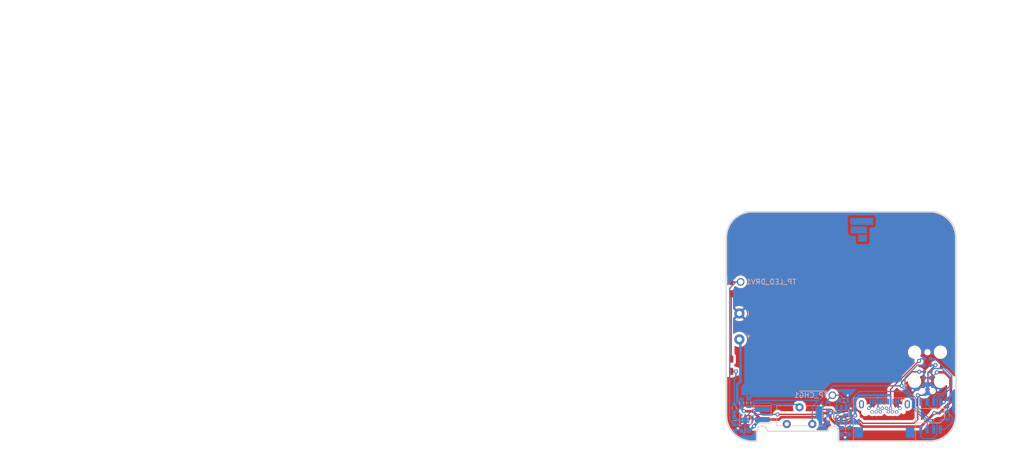
<source format=kicad_pcb>
(kicad_pcb (version 20241229) (generator "pcbnew") (generator_version "9.0")
  (title_block (title "Salt_Booklamp") (date "2024-10-25") (rev "5"))
  (layers (0 "F.Cu" signal) (2 "B.Cu" signal) (13 "F.Paste" user) (15 "B.Paste" user) (5 "F.SilkS" user "F.Silkscreen") (7 "B.SilkS" user "B.Silkscreen") (1 "F.Mask" user) (3 "B.Mask" user) (25 "Edge.Cuts" user))
  (net 0 "")
  (net 1 "+3.7_VBATT")
  (net 10 "Net-(U2-TS)")
  (net 11 "+5V_USB")
  (net 12 "Net-(U2-ISET)")
  (net 14 "GND")
  (net 15 "Net-(U3-LX)")
  (net 24 "/LED_DRV")
  (net 25 "Net-(LED1-k)")
  (net 26 "/LED_CTRL")
  (net 27 "/~{SWITCH}")
  (net 28 "Net-(LED2-k)")
  (net 29 "/~{CHARGING}")
  (net 30 "Net-(P1-~{MCLR})")
  (net 31 "Net-(P1-ICSPCLK)")
  (net 32 "Net-(P1-ICSPDAT)")
  (net 33 "Net-(R7-Pad2)")
  (footprint "salt_booklamp_footprints:LED_SMS1105UWDW" (layer "F.Cu") (at 202.692 121.412 -90)
    (property "Reference" "LED1" (hide yes))
    (property "Value" "SMS1105UWDW" (hide yes))
    (pad "A" smd roundrect (at -1.2 0 90) (size 1.4 0.8) (layers "F.Cu" "F.Mask" "F.Paste") (net 24 "/LED_DRV"))
    (pad "K" smd roundrect (at 1.2 0 270) (size 1.4 0.8) (layers "F.Cu" "F.Mask" "F.Paste") (net 25 "Net-(LED1-k)"))
  )
  (footprint "salt_booklamp_footprints:LED_SMS1105UWDW" (layer "F.Cu") (at 202.692 136.652 -90)
    (property "Reference" "LED2" (hide yes))
    (property "Value" "SMS1105UWDW" (hide yes))
    (pad "A" smd roundrect (at -1.2 0 90) (size 1.4 0.8) (layers "F.Cu" "F.Mask" "F.Paste") (net 25 "Net-(LED1-k)"))
    (pad "K" smd roundrect (at 1.2 0 270) (size 1.4 0.8) (layers "F.Cu" "F.Mask" "F.Paste") (net 28 "Net-(LED2-k)"))
  )
  (footprint "salt_booklamp_footprints:cap_0603" (layer "B.Cu") (at 225.093116 148.932371)
    (property "Reference" "C1" (hide yes))
    (property "Value" "1uF" (hide yes))
    (fp_line (start 0 -0.4) (end 0 0.4) (stroke (width 0.1)) (layer "B.SilkS"))
    (pad "1" smd roundrect (at -0.7 0) (size 0.8 0.8) (layers "B.Cu" "B.Mask" "B.Paste") (net 11 "+5V_USB"))
    (pad "2" smd roundrect (at 0.7 0) (size 0.8 0.8) (layers "B.Cu" "B.Mask" "B.Paste") (net 14 "GND"))
  )
  (footprint "salt_booklamp_footprints:res_0603" (layer "B.Cu") (at 203.282 145.032 90)
    (property "Reference" "R2" (hide yes))
    (property "Value" "6r8" (hide yes))
    (fp_line (start -0.3 -0.4) (end 0.3 -0.4) (stroke (width 0.1)) (layer "B.SilkS"))
    (fp_line (start -0.3 0.4) (end 0.3 0.4) (stroke (width 0.1)) (layer "B.SilkS"))
    (pad "1" smd roundrect (at -0.75 0 90) (size 0.6 0.9) (layers "B.Cu" "B.Mask" "B.Paste") (net 14 "GND"))
    (pad "2" smd roundrect (at 0.75 0 90) (size 0.6 0.9) (layers "B.Cu" "B.Mask" "B.Paste") (net 28 "Net-(LED2-k)"))
  )
  (footprint "salt_booklamp_footprints:cap_0603" (layer "B.Cu") (at 221.721579 147.194047 -90)
    (property "Reference" "C2" (hide yes))
    (property "Value" "1uF" (hide yes))
    (fp_line (start 0 -0.4) (end 0 0.4) (stroke (width 0.1)) (layer "B.SilkS"))
    (pad "1" smd roundrect (at -0.7 0 270) (size 0.8 0.8) (layers "B.Cu" "B.Mask" "B.Paste") (net 1 "+3.7_VBATT"))
    (pad "2" smd roundrect (at 0.7 0 270) (size 0.8 0.8) (layers "B.Cu" "B.Mask" "B.Paste") (net 14 "GND"))
  )
  (footprint "salt_booklamp_footprints:1-pin header" (layer "B.Cu") (at 222.532 142.532)
    (property "Reference" "~{TP_CHG}1" (hide yes))
    (property "Value" "~" (hide yes))
    (fp_text user "${REFERENCE}" (at -4.25 0 0) (layer "B.SilkS") (effects (justify mirror)))
    (pad "1" thru_hole circle (at 0 0) (size 1.5 1.5) (drill 1) (layers "*.Cu" "*.Mask") (net 29 "/~{CHARGING}"))
  )
  (footprint "salt_booklamp_footprints:CL-SB-12C-11" (layer "B.Cu") (at 216.082 148.182 180)
    (property "Reference" "S1" (hide yes))
    (property "Value" "CL-SB-12C-12" (hide yes))
    (fp_line (start 4.5 3.6) (end 1 3.6) (stroke (width 0.1)) (layer "B.SilkS"))
    (fp_line (start 4.5 -0.3) (end 4.5 3.6) (stroke (width 0.1)) (layer "B.SilkS"))
    (fp_line (start 3.4 -0.3) (end 4.5 -0.3) (stroke (width 0.1)) (layer "B.SilkS"))
    (fp_line (start -0.95 3.6) (end -4.45 3.6) (stroke (width 0.1)) (layer "B.SilkS"))
    (fp_line (start -1.5 -0.3) (end 1.6 -0.3) (stroke (width 0.1)) (layer "B.SilkS"))
    (fp_line (start -4.5 3.6) (end -4.5 -0.3) (stroke (width 0.1)) (layer "B.SilkS"))
    (fp_line (start -4.5 -0.3) (end -3.4 -0.3) (stroke (width 0.1)) (layer "B.SilkS"))
    (pad "1" thru_hole circle (at -2.5 0 180) (size 1.6 1.6) (drill 0.8) (layers "*.Cu" "*.Mask") (net 27 "/~{SWITCH}"))
    (pad "2" thru_hole circle (at 0 3.3 180) (size 1.6 1.6) (drill 0.8) (layers "*.Cu" "*.Mask") (net 33 "Net-(R7-Pad2)"))
    (pad "3" thru_hole circle (at 2.5 0 180) (size 1.6 1.6) (drill 0.8) (layers "*.Cu" "*.Mask"))
  )
  (footprint "salt_booklamp_footprints:6-WDFN - TPS61158DRVR" (layer "B.Cu") (at 205.416576 147.434508 90)
    (property "Reference" "U3" (hide yes))
    (property "Value" "TPS61158DRVR" (hide yes))
    (fp_line (start 1.1 -1.1) (end -1.1 -1.1) (stroke (width 0.1)) (layer "B.SilkS"))
    (fp_line (start 1.1 -0.9) (end 1.1 -1.1) (stroke (width 0.1)) (layer "B.SilkS"))
    (fp_line (start -1.1 -0.9) (end -1.1 -1.1) (stroke (width 0.1)) (layer "B.SilkS"))
    (fp_line (start 1.1 1.1) (end 1.1 0.9) (stroke (width 0.1)) (layer "B.SilkS"))
    (fp_line (start -0.9 1.1) (end -1.1 0.9) (stroke (width 0.1)) (layer "B.SilkS"))
    (fp_line (start -0.9 1.1) (end 1.1 1.1) (stroke (width 0.1)) (layer "B.SilkS"))
    (pad "1" smd roundrect (at -0.975 0.65 180) (size 0.3 0.45) (layers "B.Cu" "B.Mask" "B.Paste") (roundrect_rratio 0.1) (net 26 "/LED_CTRL"))
    (pad "2" smd roundrect (at -0.975 0 180) (size 0.3 0.45) (layers "B.Cu" "B.Mask" "B.Paste") (roundrect_rratio 0.1) (net 1 "+3.7_VBATT"))
    (pad "3" smd roundrect (at -0.975 -0.65 180) (size 0.3 0.45) (layers "B.Cu" "B.Mask" "B.Paste") (roundrect_rratio 0.1) (net 24 "/LED_DRV"))
    (pad "4" smd roundrect (at 0.975 -0.65 180) (size 0.3 0.45) (layers "B.Cu" "B.Mask" "B.Paste") (roundrect_rratio 0.1) (net 28 "Net-(LED2-k)"))
    (pad "5" smd roundrect (at 0.975 0 180) (size 0.3 0.45) (layers "B.Cu" "B.Mask" "B.Paste") (roundrect_rratio 0.1) (net 14 "GND"))
    (pad "6" smd roundrect (at 0.975 0.65 180) (size 0.3 0.45) (layers "B.Cu" "B.Mask" "B.Paste") (roundrect_rratio 0.1) (net 15 "Net-(U3-LX)"))
    (pad "7" thru_hole circle (at 0 -0.55) (size 0.5 0.5) (drill 0.2) (layers "*.Cu" "*.Mask") (net 14 "GND"))
    (pad "7" smd roundrect (at 0 -0.45) (size 0.7 1) (layers "B.Cu" "B.Paste") (roundrect_rratio 0.1) (net 14 "GND"))
    (pad "7" smd roundrect (at 0 0 180) (size 1.6 1) (layers "B.Cu" "B.Mask") (roundrect_rratio 0.1) (net 14 "GND"))
    (pad "7" smd roundrect (at 0 0.45 180) (size 0.7 1) (layers "B.Cu" "B.Paste") (roundrect_rratio 0.1) (net 14 "GND"))
    (pad "7" thru_hole circle (at 0 0.55 180) (size 0.5 0.5) (drill 0.2) (layers "*.Cu" "*.Mask") (net 14 "GND"))
  )
  (footprint "salt_booklamp_footprints:1-pin header" (layer "B.Cu") (at 204.532 120.282)
    (property "Reference" "TP_LED_DRV1" (hide yes))
    (property "Value" "~" (hide yes))
    (fp_text user "${REFERENCE}" (at 6 0 0) (layer "B.SilkS") (effects (justify mirror)))
    (pad "1" thru_hole circle (at 0 0) (size 1.5 1.5) (drill 1) (layers "*.Cu" "*.Mask") (net 24 "/LED_DRV"))
  )
  (footprint "salt_booklamp_footprints:BQ21040DBVR" (layer "B.Cu") (at 224.2712 146.316493)
    (property "Reference" "U2" (hide yes))
    (property "Value" "BQ21040DBVR" (hide yes))
    (fp_line (start -1.5494 -1.0668) (end -1.5494 -1.0668) (stroke (width 0.2)) (layer "B.SilkS"))
    (fp_line (start -1.5 -0.85) (end -1.35 -0.85) (stroke (width 0.12)) (layer "B.SilkS"))
    (fp_line (start -1.5 0.85) (end -1.5 -0.85) (stroke (width 0.12)) (layer "B.SilkS"))
    (fp_line (start -1.35 0.85) (end -1.5 0.85) (stroke (width 0.12)) (layer "B.SilkS"))
    (fp_line (start -0.4 -0.85) (end -0.55 -0.85) (stroke (width 0.12)) (layer "B.SilkS"))
    (fp_line (start -0.4 0.85) (end -0.55 0.85) (stroke (width 0.12)) (layer "B.SilkS"))
    (fp_line (start 0.55 -0.85) (end 0.4 -0.85) (stroke (width 0.12)) (layer "B.SilkS"))
    (fp_line (start 0.55 0.85) (end 0.4 0.85) (stroke (width 0.12)) (layer "B.SilkS"))
    (fp_line (start 1.35 -0.85) (end 1.5 -0.85) (stroke (width 0.12)) (layer "B.SilkS"))
    (fp_line (start 1.5 -0.85) (end 1.5 0.85) (stroke (width 0.12)) (layer "B.SilkS"))
    (fp_line (start 1.5 0.85) (end 1.35 0.85) (stroke (width 0.12)) (layer "B.SilkS"))
    (pad "1" smd roundrect (at -0.95 -1.3) (size 0.6 1.1) (layers "B.Cu" "B.Mask" "B.Paste") (roundrect_rratio 0.08333333333) (net 10 "Net-(U2-TS)"))
    (pad "2" smd roundrect (at 0 -1.3) (size 0.6 1.1) (layers "B.Cu" "B.Mask" "B.Paste") (roundrect_rratio 0.08333333333) (net 1 "+3.7_VBATT"))
    (pad "3" smd roundrect (at 0.95 -1.3) (size 0.6 1.1) (layers "B.Cu" "B.Mask" "B.Paste") (roundrect_rratio 0.08333333333) (net 29 "/~{CHARGING}"))
    (pad "4" smd roundrect (at 0.95 1.3) (size 0.6 1.1) (layers "B.Cu" "B.Mask" "B.Paste") (roundrect_rratio 0.08333333333) (net 12 "Net-(U2-ISET)"))
    (pad "5" smd roundrect (at 0 1.3) (size 0.6 1.1) (layers "B.Cu" "B.Mask" "B.Paste") (roundrect_rratio 0.08333333333) (net 14 "GND"))
    (pad "6" smd roundrect (at -0.95 1.3) (size 0.6 1.1) (layers "B.Cu" "B.Mask" "B.Paste" "Dwgs.User") (roundrect_rratio 0.08333333333) (net 11 "+5V_USB"))
  )
  (footprint "salt_booklamp_footprints:res_0603" (layer "B.Cu") (at 245.084907 146.532 90)
    (property "Reference" "R5" (hide yes))
    (property "Value" "10k0" (hide yes))
    (fp_line (start -0.3 -0.4) (end 0.3 -0.4) (stroke (width 0.1)) (layer "B.SilkS"))
    (fp_line (start -0.3 0.4) (end 0.3 0.4) (stroke (width 0.1)) (layer "B.SilkS"))
    (pad "1" smd roundrect (at -0.75 0 90) (size 0.6 0.9) (layers "B.Cu" "B.Mask" "B.Paste") (net 30 "Net-(P1-~{MCLR})"))
    (pad "2" smd roundrect (at 0.75 0 90) (size 0.6 0.9) (layers "B.Cu" "B.Mask" "B.Paste") (net 1 "+3.7_VBATT"))
  )
  (footprint "salt_booklamp_footprints:SOIC-8 - PIC16F15213" (layer "B.Cu") (at 241.782 146.532 180)
    (property "Reference" "U1" (hide yes))
    (property "Value" "PIC16F15213-I/SN" (hide yes))
    (fp_line (start 2.705 1.425) (end 2.705 -1.425) (stroke (width 0.12)) (layer "B.SilkS"))
    (fp_line (start 2.705 -1.425) (end -1.905 -1.425) (stroke (width 0.12)) (layer "B.SilkS"))
    (fp_line (start -1.905 -1.425) (end -2.705 -0.625) (stroke (width 0.12)) (layer "B.SilkS"))
    (fp_line (start -2.705 1.425) (end 2.705 1.425) (stroke (width 0.12)) (layer "B.SilkS"))
    (fp_line (start -2.705 -0.625) (end -2.705 1.425) (stroke (width 0.12)) (layer "B.SilkS"))
    (pad "1" smd rect (at -1.905 -2.7 180) (size 0.6 1.55) (layers "B.Cu" "B.Mask" "B.Paste") (net 1 "+3.7_VBATT"))
    (pad "2" smd rect (at -0.635 -2.7 180) (size 0.6 1.55) (layers "B.Cu" "B.Mask" "B.Paste") (net 27 "/~{SWITCH}"))
    (pad "3" smd rect (at 0.635 -2.7 180) (size 0.6 1.55) (layers "B.Cu" "B.Mask" "B.Paste") (net 29 "/~{CHARGING}"))
    (pad "4" smd rect (at 1.905 -2.7 180) (size 0.6 1.55) (layers "B.Cu" "B.Mask" "B.Paste") (net 30 "Net-(P1-~{MCLR})"))
    (pad "5" smd rect (at 1.905 2.7 180) (size 0.6 1.55) (layers "B.Cu" "B.Mask" "B.Paste") (net 26 "/LED_CTRL"))
    (pad "6" smd rect (at 0.635 2.7 180) (size 0.6 1.55) (layers "B.Cu" "B.Mask" "B.Paste") (net 31 "Net-(P1-ICSPCLK)"))
    (pad "7" smd rect (at -0.635 2.7 180) (size 0.6 1.55) (layers "B.Cu" "B.Mask" "B.Paste") (net 32 "Net-(P1-ICSPDAT)"))
    (pad "8" smd rect (at -1.905 2.7 180) (size 0.6 1.55) (layers "B.Cu" "B.Mask" "B.Paste") (net 14 "GND"))
  )
  (footprint "salt_booklamp_footprints:TC2050-IDC" (layer "B.Cu") (at 241.192 134.082 -90)
    (property "Reference" "P1" (hide yes))
    (property "Value" "PIC-TC2050-IDC" (hide yes))
    (pad "" np_thru_hole circle (at 0 -2.54 270) (size 0.9906 0.9906) (drill 2.3749) (layers "*.Cu"))
    (pad "" np_thru_hole circle (at 0 0 270) (size 0.9906 0.9906) (drill 0.9906) (layers "*.Cu"))
    (pad "" np_thru_hole circle (at 0 2.54 270) (size 0.9906 0.9906) (drill 2.3749) (layers "*.Cu"))
    (pad "" np_thru_hole circle (at 5.715 -2.54 270) (size 0.9906 0.9906) (drill 2.3749) (layers "*.Cu"))
    (pad "" np_thru_hole circle (at 5.715 2.54 270) (size 0.9906 0.9906) (drill 2.3749) (layers "*.Cu"))
    (pad "" np_thru_hole circle (at 7.62 -1.015 270) (size 0.9906 0.9906) (drill 0.9906) (layers "*.Cu"))
    (pad "" np_thru_hole circle (at 7.62 1.015 270) (size 0.9906 0.9906) (drill 0.9906) (layers "*.Cu"))
    (pad "1" smd circle (at 1.27 -0.635 270) (size 0.7874 0.7874) (layers "B.Cu" "B.Mask") (net 31 "Net-(P1-ICSPCLK)"))
    (pad "2" smd circle (at 2.54 -0.635 270) (size 0.7874 0.7874) (layers "B.Cu" "B.Mask") (net 26 "/LED_CTRL"))
    (pad "3" smd circle (at 3.84 -0.635 270) (size 0.7874 0.7874) (layers "B.Cu" "B.Mask") (net 32 "Net-(P1-ICSPDAT)"))
    (pad "4" smd circle (at 5.04 -0.635 270) (size 0.7874 0.7874) (layers "B.Cu" "B.Mask") (net 1 "+3.7_VBATT"))
    (pad "5" smd circle (at 6.24 -0.635 270) (size 0.7874 0.7874) (layers "B.Cu" "B.Mask") (net 14 "GND"))
    (pad "6" smd circle (at 6.24 0.635 270) (size 0.7874 0.7874) (layers "B.Cu" "B.Mask") (net 14 "GND"))
    (pad "7" smd circle (at 5.04 0.635 270) (size 0.7874 0.7874) (layers "B.Cu" "B.Mask") (net 1 "+3.7_VBATT"))
    (pad "8" smd circle (at 3.84 0.635 270) (size 0.7874 0.7874) (layers "B.Cu" "B.Mask") (net 27 "/~{SWITCH}"))
    (pad "9" smd circle (at 2.54 0.635 270) (size 0.7874 0.7874) (layers "B.Cu" "B.Mask") (net 30 "Net-(P1-~{MCLR})"))
    (pad "10" smd circle (at 1.27 0.635 270) (size 0.7874 0.7874) (layers "B.Cu" "B.Mask") (net 11 "+5V_USB"))
  )
  (footprint "salt_booklamp_footprints:res_0603" (layer "B.Cu") (at 225.107866 150.236383 180)
    (property "Reference" "R6" (hide yes))
    (property "Value" "1k2" (hide yes))
    (fp_line (start 0.3 0.4) (end -0.3 0.4) (stroke (width 0.1)) (layer "B.SilkS"))
    (fp_line (start 0.3 -0.4) (end -0.3 -0.4) (stroke (width 0.1)) (layer "B.SilkS"))
    (pad "1" smd roundrect (at -0.75 0 180) (size 0.6 0.9) (layers "B.Cu" "B.Mask" "B.Paste") (net 12 "Net-(U2-ISET)"))
    (pad "2" smd roundrect (at 0.75 0 180) (size 0.6 0.9) (layers "B.Cu" "B.Mask" "B.Paste") (net 14 "GND"))
  )
  (footprint "salt_booklamp_footprints:ind_VLS3012CX" (layer "B.Cu") (at 208.797268 146.304517 90)
    (property "Reference" "L1" (hide yes))
    (property "Value" "22uH" (hide yes))
    (fp_rect (start -1.7 1.7) (end 1.7 -1.7) (stroke (width 0.1)) (fill no) (layer "B.SilkS"))
    (pad "1" smd roundrect (at -1 0 90) (size 1 3) (layers "B.Cu" "B.Mask" "B.Paste") (net 1 "+3.7_VBATT"))
    (pad "2" smd roundrect (at 1 0 90) (size 1 3) (layers "B.Cu" "B.Mask" "B.Paste") (net 15 "Net-(U3-LX)"))
  )
  (footprint "salt_booklamp_footprints:cap_0603" (layer "B.Cu") (at 245.084907 143.987853 90)
    (property "Reference" "C3" (hide yes))
    (property "Value" "1uF" (hide yes))
    (fp_line (start 0 0.4) (end 0 -0.4) (stroke (width 0.1)) (layer "B.SilkS"))
    (pad "1" smd roundrect (at -0.7 0 90) (size 0.8 0.8) (layers "B.Cu" "B.Mask" "B.Paste") (net 1 "+3.7_VBATT"))
    (pad "2" smd roundrect (at 0.7 0 90) (size 0.8 0.8) (layers "B.Cu" "B.Mask" "B.Paste") (net 14 "GND"))
  )
  (footprint "salt_booklamp_footprints:PRT-13851" (layer "B.Cu") (at 204.282 129.032 90)
    (property "Reference" "BATT1" (hide yes))
    (property "Value" "1578" (hide yes))
    (fp_text user "+" (at -2.615355 1.270915 270) (layer "B.SilkS") (effects (justify left bottom mirror)))
    (fp_text user "-" (at 1.848605 1.249909 270) (layer "B.SilkS") (effects (justify left bottom mirror)))
    (pad "1" thru_hole circle (at -2.54 0 90) (size 2 2) (drill 1) (layers "*.Cu" "*.Mask") (net 1 "+3.7_VBATT"))
    (pad "2" thru_hole circle (at 2.54 0 90) (size 2 2) (drill 1) (layers "*.Cu" "*.Mask") (net 14 "GND"))
  )
  (footprint "salt_booklamp_footprints:res_0603" (layer "B.Cu") (at 206.133203 144.013879 -90)
    (property "Reference" "R7" (hide yes))
    (property "Value" "0r0" (hide yes))
    (fp_line (start -0.3 0.4) (end 0.3 0.4) (stroke (width 0.1)) (layer "B.SilkS"))
    (fp_line (start -0.3 -0.4) (end 0.3 -0.4) (stroke (width 0.1)) (layer "B.SilkS"))
    (pad "1" smd roundrect (at -0.75 0 270) (size 0.6 0.9) (layers "B.Cu" "B.Mask" "B.Paste") (net 14 "GND"))
    (pad "2" smd roundrect (at 0.75 0 270) (size 0.6 0.9) (layers "B.Cu" "B.Mask" "B.Paste") (net 33 "Net-(R7-Pad2)"))
  )
  (footprint "salt_booklamp_footprints:res_0603" (layer "B.Cu") (at 204.712481 144.044873 -90)
    (property "Reference" "R3" (hide yes))
    (property "Value" "10k0" (hide yes))
    (fp_line (start -0.3 0.4) (end 0.3 0.4) (stroke (width 0.1)) (layer "B.SilkS"))
    (fp_line (start -0.3 -0.4) (end 0.3 -0.4) (stroke (width 0.1)) (layer "B.SilkS"))
    (pad "1" smd roundrect (at -0.75 0 270) (size 0.6 0.9) (layers "B.Cu" "B.Mask" "B.Paste") (net 27 "/~{SWITCH}"))
    (pad "2" smd roundrect (at 0.75 0 270) (size 0.6 0.9) (layers "B.Cu" "B.Mask" "B.Paste") (net 1 "+3.7_VBATT"))
  )
  (footprint "salt_booklamp_footprints:cap_0603" (layer "B.Cu") (at 203.282 147.532 90)
    (property "Reference" "C4" (hide yes))
    (property "Value" "1uF" (hide yes))
    (fp_line (start 0 0.4) (end 0 -0.4) (stroke (width 0.1)) (layer "B.SilkS"))
    (pad "1" smd roundrect (at -0.7 0 90) (size 0.8 0.8) (layers "B.Cu" "B.Mask" "B.Paste") (net 24 "/LED_DRV"))
    (pad "2" smd roundrect (at 0.7 0 90) (size 0.8 0.8) (layers "B.Cu" "B.Mask" "B.Paste") (net 14 "GND"))
  )
  (footprint "salt_booklamp_footprints:res_0603" (layer "B.Cu") (at 224.782 143.532 180)
    (property "Reference" "R1" (hide yes))
    (property "Value" "10k0" (hide yes))
    (fp_line (start 0.3 0.4) (end -0.3 0.4) (stroke (width 0.1)) (layer "B.SilkS"))
    (fp_line (start 0.3 -0.4) (end -0.3 -0.4) (stroke (width 0.1)) (layer "B.SilkS"))
    (pad "1" smd roundrect (at -0.75 0 180) (size 0.6 0.9) (layers "B.Cu" "B.Mask" "B.Paste") (net 14 "GND"))
    (pad "2" smd roundrect (at 0.75 0 180) (size 0.6 0.9) (layers "B.Cu" "B.Mask" "B.Paste") (net 10 "Net-(U2-TS)"))
  )
  (footprint "salt_booklamp_footprints:cap_0603" (layer "B.Cu") (at 205.38585 149.532 180)
    (property "Reference" "C5" (hide yes))
    (property "Value" "1uF" (hide yes))
    (fp_line (start 0 0.4) (end 0 -0.4) (stroke (width 0.1)) (layer "B.SilkS"))
    (pad "1" smd roundrect (at -0.7 0 180) (size 0.8 0.8) (layers "B.Cu" "B.Mask" "B.Paste") (net 1 "+3.7_VBATT"))
    (pad "2" smd roundrect (at 0.7 0 180) (size 0.8 0.8) (layers "B.Cu" "B.Mask" "B.Paste") (net 14 "GND"))
  )
  (footprint "salt_booklamp_footprints:res_0603" (layer "B.Cu") (at 221.689761 144.674153 -90)
    (property "Reference" "R4" (hide yes))
    (property "Value" "10k0" (hide yes))
    (fp_line (start -0.3 0.4) (end 0.3 0.4) (stroke (width 0.1)) (layer "B.SilkS"))
    (fp_line (start -0.3 -0.4) (end 0.3 -0.4) (stroke (width 0.1)) (layer "B.SilkS"))
    (pad "1" smd roundrect (at -0.75 0 270) (size 0.6 0.9) (layers "B.Cu" "B.Mask" "B.Paste") (net 29 "/~{CHARGING}"))
    (pad "2" smd roundrect (at 0.75 0 270) (size 0.6 0.9) (layers "B.Cu" "B.Mask" "B.Paste") (net 1 "+3.7_VBATT"))
  )
  (footprint "salt_booklamp_footprints:USB-C31-S-RA-CS1E-BK" (layer "B.Cu") (at 232.732 148.632 180)
    (property "Reference" "J1" (hide yes))
    (property "Value" "USB-C31-S-RA-CS1E-BK-T/R" (hide yes))
    (fp_line (start 6.1 5.6) (end -6.1 5.6) (stroke (width 0.1)) (layer "B.SilkS"))
    (fp_line (start 6.1 -2.8) (end 6.1 5.6) (stroke (width 0.1)) (layer "B.SilkS"))
    (fp_line (start -6.1 5.6) (end -6.1 -2.9) (stroke (width 0.1)) (layer "B.SilkS"))
    (fp_circle (center -3.4 5.1) (end -3.5 4.9) (stroke (width 0.1)) (fill yes) (layer "B.SilkS"))
    (pad "" np_thru_hole circle (at -3.725 2.84 180) (size 0.65 0.65) (drill 0.65) (layers "*.Cu" "*.Mask"))
    (pad "" np_thru_hole circle (at 3.725 2.84 180) (size 0.65 0.65) (drill oval 0.95 0.65) (layers "*.Cu" "*.Mask"))
    (pad "0" smd rect (at -5.05 -1.06 180) (size 1.7 2.1) (drill oval (offset 0 -0.15)) (layers "B.Cu" "B.Mask" "B.Paste"))
    (pad "0" thru_hole oval (at -4.5 4.34 180) (size 1 1.6) (drill oval 0.5 1.1) (layers "*.Cu" "*.Mask"))
    (pad "0" thru_hole oval (at 4.5 4.34 180) (size 1 1.6) (drill oval 0.5 1.1) (layers "*.Cu" "*.Mask"))
    (pad "0" smd rect (at 5.05 -1.06 180) (size 1.7 2.1) (drill oval (offset 0 -0.15)) (layers "B.Cu" "B.Mask" "B.Paste"))
    (pad "A1" smd rect (at -2.75 4.85 180) (size 0.35 1.1) (layers "B.Cu" "B.Mask" "B.Paste") (net 14 "GND"))
    (pad "A2" smd rect (at -2.25 4.85 180) (size 0.35 1.1) (layers "B.Cu" "B.Mask" "B.Paste"))
    (pad "A3" smd rect (at -1.75 4.85 180) (size 0.35 1.1) (layers "B.Cu" "B.Mask" "B.Paste"))
    (pad "A4" smd rect (at -1.25 4.85 180) (size 0.35 1.1) (layers "B.Cu" "B.Mask" "B.Paste") (net 11 "+5V_USB"))
    (pad "A5" smd rect (at -0.75 4.85 180) (size 0.35 1.1) (layers "B.Cu" "B.Mask" "B.Paste"))
    (pad "A6" smd rect (at -0.25 4.85 180) (size 0.35 1.1) (layers "B.Cu" "B.Mask" "B.Paste"))
    (pad "A7" smd rect (at 0.25 4.85 180) (size 0.35 1.1) (layers "B.Cu" "B.Mask" "B.Paste"))
    (pad "A8" smd rect (at 0.75 4.85 180) (size 0.35 1.1) (layers "B.Cu" "B.Mask" "B.Paste"))
    (pad "A9" smd rect (at 1.25 4.85 180) (size 0.35 1.1) (layers "B.Cu" "B.Mask" "B.Paste") (net 11 "+5V_USB"))
    (pad "A10" smd rect (at 1.75 4.85 180) (size 0.35 1.1) (layers "B.Cu" "B.Mask" "B.Paste"))
    (pad "A11" smd rect (at 2.25 4.85 180) (size 0.35 1.1) (layers "B.Cu" "B.Mask" "B.Paste"))
    (pad "A12" smd rect (at 2.75 4.85 180) (size 0.35 1.1) (layers "B.Cu" "B.Mask" "B.Paste") (net 14 "GND"))
    (pad "B1" thru_hole circle (at 3.05 3.54 180) (size 0.65 0.65) (drill 0.4) (layers "*.Cu" "*.Mask") (net 14 "GND"))
    (pad "B2" thru_hole circle (at 2.4 2.84 180) (size 0.65 0.65) (drill 0.4) (layers "*.Cu" "*.Mask"))
    (pad "B3" thru_hole circle (at 1.6 2.84 180) (size 0.65 0.65) (drill 0.4) (layers "*.Cu" "*.Mask"))
    (pad "B4" thru_hole circle (at 1.2 3.54 180) (size 0.65 0.65) (drill 0.4) (layers "*.Cu" "*.Mask") (net 11 "+5V_USB"))
    (pad "B5" thru_hole circle (at 0.8 2.86 180) (size 0.65 0.65) (drill 0.4) (layers "*.Cu" "*.Mask"))
    (pad "B6" thru_hole circle (at 0.4 3.54 180) (size 0.65 0.65) (drill 0.4) (layers "*.Cu" "*.Mask"))
    (pad "B7" thru_hole circle (at -0.4 3.54 180) (size 0.65 0.65) (drill 0.4) (layers "*.Cu" "*.Mask"))
    (pad "B8" thru_hole circle (at -0.8 2.86 180) (size 0.65 0.65) (drill 0.4) (layers "*.Cu" "*.Mask"))
    (pad "B9" thru_hole circle (at -1.2 3.54 180) (size 0.65 0.65) (drill 0.4) (layers "*.Cu" "*.Mask") (net 11 "+5V_USB"))
    (pad "B10" thru_hole circle (at -1.6 2.84 180) (size 0.65 0.65) (drill 0.4) (layers "*.Cu" "*.Mask"))
    (pad "B11" thru_hole circle (at -2.4 2.84 180) (size 0.65 0.65) (drill 0.4) (layers "*.Cu" "*.Mask"))
    (pad "B12" thru_hole circle (at -3.05 3.54 180) (size 0.65 0.65) (drill 0.4) (layers "*.Cu" "*.Mask") (net 14 "GND"))
  )
  (gr_rect (start 227.6938 111.1148) (end 229.2178 112.3086) (stroke (width 0.15)) (fill yes) (layer "B.Cu"))
  (gr_rect (start 226.1872 109.4892) (end 229.2178 110.683) (stroke (width 0.15)) (fill yes) (layer "B.Cu"))
  (gr_rect (start 226.111 107.8128) (end 230.453 109.032) (stroke (width 0.15)) (fill yes) (layer "B.Cu"))
  (gr_line (start 206.777002 151.574501) (end 207.697002 151.574501) (stroke (width 0.2)) (layer "Edge.Cuts"))
  (gr_arc (start 246.782 146.494499) (mid 245.294102 150.086603) (end 241.701998 151.574501) (stroke (width 0.2)) (layer "Edge.Cuts"))
  (gr_line (start 223.697002 151.574501) (end 223.697002 149.574501) (stroke (width 0.2)) (layer "Edge.Cuts"))
  (gr_arc (start 221.697003 149.574501) (mid 222.697003 148.574501) (end 223.697002 149.574501) (stroke (width 0.2)) (layer "Edge.Cuts"))
  (gr_line (start 207.697002 151.574501) (end 207.697002 149.574501) (stroke (width 0.2)) (layer "Edge.Cuts"))
  (gr_arc (start 207.697002 149.574501) (mid 208.697002 148.574501) (end 209.697001 149.574501) (stroke (width 0.2)) (layer "Edge.Cuts"))
  (gr_line (start 209.697001 149.574501) (end 221.697003 149.574501) (stroke (width 0.2)) (layer "Edge.Cuts"))
  (gr_arc (start 201.697002 111.5695) (mid 203.184899 107.977398) (end 206.777001 106.489501) (stroke (width 0.2)) (layer "Edge.Cuts"))
  (gr_line (start 241.701998 151.574501) (end 223.697002 151.574501) (stroke (width 0.2)) (layer "Edge.Cuts"))
  (gr_line (start 246.782 111.5695) (end 246.782 146.494499) (stroke (width 0.2)) (layer "Edge.Cuts"))
  (gr_line (start 206.777001 106.489501) (end 241.702001 106.489501) (stroke (width 0.2)) (layer "Edge.Cuts"))
  (gr_arc (start 241.702001 106.489501) (mid 245.294103 107.977398) (end 246.782 111.5695) (stroke (width 0.2)) (layer "Edge.Cuts"))
  (gr_arc (start 206.777002 151.574501) (mid 203.184899 150.086603) (end 201.697002 146.4945) (stroke (width 0.2)) (layer "Edge.Cuts"))
  (gr_line (start 201.697002 146.4945) (end 201.697002 111.5695) (stroke (width 0.2)) (layer "Edge.Cuts"))
  (segment (start 226.622236 147.64751) (end 225.977718 147.64751) (width 0.5) (layer "F.Cu") (net 1))
  (segment (start 227.782 148.032) (end 227.006726 148.032) (width 0.5) (layer "F.Cu") (net 1))
  (segment (start 222.279 147.239473) (end 222.279 147.24035) (width 0.5) (layer "F.Cu") (net 1))
  (segment (start 225.593228 148.032) (end 223.76156 148.032001) (width 0.5) (layer "F.Cu") (net 1))
  (segment (start 243.032 138.032) (end 244.532 138.032) (width 0.5) (layer "F.Cu") (net 1))
  (segment (start 222.279 147.24035) (end 223.070651 148.032) (width 0.5) (layer "F.Cu") (net 1))
  (segment (start 220.782 146.032) (end 219.97415 146.83985) (width 0.5) (layer "F.Cu") (net 1))
  (segment (start 239.887386 148.676614) (end 228.426614 148.676614) (width 0.5) (layer "F.Cu") (net 1))
  (segment (start 227.006726 148.032) (end 226.622236 147.64751) (width 0.5) (layer "F.Cu") (net 1))
  (segment (start 228.426614 148.676614) (end 227.782 148.032) (width 0.5) (layer "F.Cu") (net 1))
  (segment (start 208.532 147.282) (end 206.918952 145.668952) (width 0.5) (layer "F.Cu") (net 1))
  (segment (start 207.150623 148.59565) (end 207.259157 148.59565) (width 0.5) (layer "F.Cu") (net 1))
  (segment (start 245.782 139.282) (end 245.782 143.782) (width 0.5) (layer "F.Cu") (net 1))
  (segment (start 222.13 146.032) (end 222.13 147.090473) (width 0.5) (layer "F.Cu") (net 1))
  (segment (start 207.259157 148.59565) (end 207.300071 148.554736) (width 0.5) (layer "F.Cu") (net 1))
  (segment (start 207.323446 148.322921) (end 208.364367 147.282) (width 0.5) (layer "F.Cu") (net 1))
  (segment (start 223.344859 148.032) (end 223.76156 148.032001) (width 0.5) (layer "F.Cu") (net 1))
  (segment (start 206.918952 145.668952) (end 205.373684 145.668952) (width 0.5) (layer "F.Cu") (net 1))
  (segment (start 212.47415 146.83985) (end 212.032 147.282) (width 0.5) (layer "F.Cu") (net 1))
  (segment (start 242.532 146.032) (end 239.887386 148.676614) (width 0.5) (layer "F.Cu") (net 1))
  (segment (start 219.97415 146.83985) (end 212.47415 146.83985) (width 0.5) (layer "F.Cu") (net 1))
  (segment (start 222.13 146.032) (end 220.782 146.032) (width 0.5) (layer "F.Cu") (net 1))
  (segment (start 207.323446 148.333816) (end 207.323446 148.322921) (width 0.5) (layer "F.Cu") (net 1))
  (segment (start 223.34486 148.032001) (end 223.070651 148.032) (width 0.5) (layer "F.Cu") (net 1))
  (segment (start 208.364367 147.282) (end 208.532 147.282) (width 0.5) (layer "F.Cu") (net 1))
  (segment (start 245.782 143.782) (end 243.532 146.032) (width 0.5) (layer "F.Cu") (net 1))
  (segment (start 223.344859 148.032) (end 223.34486 148.032001) (width 0.5) (layer "F.Cu") (net 1))
  (segment (start 243.532 146.032) (end 242.532 146.032) (width 0.5) (layer "F.Cu") (net 1))
  (segment (start 244.532 138.032) (end 245.782 139.282) (width 0.5) (layer "F.Cu") (net 1))
  (segment (start 225.977718 147.64751) (end 225.593228 148.032) (width 0.5) (layer "F.Cu") (net 1))
  (segment (start 207.300071 148.554736) (end 207.300071 148.357191) (width 0.5) (layer "F.Cu") (net 1))
  (segment (start 207.300071 148.357191) (end 207.323446 148.333816) (width 0.5) (layer "F.Cu") (net 1))
  (segment (start 212.032 147.282) (end 208.532 147.282) (width 0.5) (layer "F.Cu") (net 1))
  (segment (start 222.13 147.090473) (end 222.279 147.239473) (width 0.5) (layer "F.Cu") (net 1))
  (via (at 207.150623 148.59565) (size 0.8) (drill 0.4) (layers "F.Cu" "B.Cu") (net 1))
  (via (at 243.032 138.032) (size 0.8) (drill 0.4) (layers "F.Cu" "B.Cu") (net 1))
  (via (at 242.532 146.032) (size 0.8) (drill 0.4) (layers "F.Cu" "B.Cu") (net 1))
  (via (at 222.13 146.032) (size 0.8) (drill 0.4) (layers "F.Cu" "B.Cu") (net 1))
  (via (at 205.159105 145.651487) (size 0.8) (drill 0.4) (layers "F.Cu" "B.Cu") (net 1))
  (segment (start 240.557 139.122) (end 241.827 139.122) (width 0.25) (layer "B.Cu") (net 1))
  (segment (start 204.712481 144.506953) (end 203.864038 143.65851) (width 0.5) (layer "B.Cu") (net 1))
  (segment (start 243.687 149.232) (end 244.582 149.232) (width 0.25) (layer "B.Cu") (net 1))
  (segment (start 224.2712 145.5428) (end 224.2712 145.016493) (width 0.25) (layer "B.Cu") (net 1))
  (segment (start 204.712481 145.204863) (end 205.159105 145.651487) (width 0.5) (layer "B.Cu") (net 1))
  (segment (start 242.532 146.032) (end 243.532 146.032) (width 0.25) (layer "B.Cu") (net 1))
  (segment (start 207.150623 148.59565) (end 207.150623 148.541715) (width 0.5) (layer "B.Cu") (net 1))
  (segment (start 243.532 146.032) (end 243.782 145.782) (width 0.25) (layer "B.Cu") (net 1))
  (segment (start 224.000369 145.805112) (end 224.008888 145.805112) (width 0.5) (layer "B.Cu") (net 1))
  (segment (start 205.416576 148.409508) (end 205.416576 148.862726) (width 0.3) (layer "B.Cu") (net 1))
  (segment (start 207.150623 148.541715) (end 208.387821 147.304517) (width 0.5) (layer "B.Cu") (net 1))
  (segment (start 223.835642 145.969839) (end 224.000369 145.805112) (width 0.5) (layer "B.Cu") (net 1))
  (segment (start 224.008888 145.805112) (end 224.2712 145.5428) (width 0.5) (layer "B.Cu") (net 1))
  (segment (start 203.864038 140.449962) (end 204.472469 139.841531) (width 0.5) (layer "B.Cu") (net 1))
  (segment (start 221.721579 146.494047) (end 222.245787 145.969839) (width 0.5) (layer "B.Cu") (net 1))
  (segment (start 246.032 147.782) (end 246.032 146.729093) (width 0.25) (layer "B.Cu") (net 1))
  (segment (start 207.150623 148.59565) (end 206.214273 149.532) (width 0.5) (layer "B.Cu") (net 1))
  (segment (start 222.13 146.032) (end 222.128697 146.032) (width 0.5) (layer "B.Cu") (net 1))
  (segment (start 243.782 145.782) (end 245.084907 145.782) (width 0.25) (layer "B.Cu") (net 1))
  (segment (start 203.864038 143.65851) (end 203.864038 140.449962) (width 0.5) (layer "B.Cu") (net 1))
  (segment (start 204.472469 139.841531) (end 204.472469 131.762469) (width 0.5) (layer "B.Cu") (net 1))
  (segment (start 245.084907 145.782) (end 245.084907 144.687853) (width 0.25) (layer "B.Cu") (net 1))
  (segment (start 222.245787 145.969839) (end 223.835642 145.969839) (width 0.5) (layer "B.Cu") (net 1))
  (segment (start 246.032 146.729093) (end 245.084907 145.782) (width 0.25) (layer "B.Cu") (net 1))
  (segment (start 204.712481 144.794873) (end 204.712481 144.506953) (width 0.5) (layer "B.Cu") (net 1))
  (segment (start 222.128697 146.032) (end 221.721579 146.439118) (width 0.5) (layer "B.Cu") (net 1))
  (segment (start 244.582 149.232) (end 246.032 147.782) (width 0.25) (layer "B.Cu") (net 1))
  (segment (start 221.700101 145.424153) (end 222.245787 145.969839) (width 0.5) (layer "B.Cu") (net 1))
  (segment (start 204.712481 144.794873) (end 204.712481 145.204863) (width 0.5) (layer "B.Cu") (net 1))
  (segment (start 241.942 139.122) (end 243.032 138.032) (width 0.25) (layer "B.Cu") (net 1))
  (segment (start 205.416576 148.862726) (end 206.08585 149.532) (width 0.5) (layer "B.Cu") (net 1))
  (segment (start 223.3212 143.844509) (end 223.633709 143.532) (width 0.25) (layer "B.Cu") (net 10))
  (segment (start 223.633709 143.532) (end 224.032 143.532) (width 0.25) (layer "B.Cu") (net 10))
  (segment (start 223.3212 145.016493) (end 223.3212 143.844509) (width 0.25) (layer "B.Cu") (net 10))
  (segment (start 225.282 146.587) (end 225.114981 146.754019) (width 0.5) (layer "F.Cu") (net 11))
  (segment (start 226.922775 146.587) (end 225.282 146.587) (width 0.5) (layer "F.Cu") (net 11))
  (segment (start 223.567162 146.746838) (end 223.552773 146.746838) (width 0.5) (layer "F.Cu") (net 11))
  (segment (start 227.004183 146.505592) (end 226.922775 146.587) (width 0.5) (layer "F.Cu") (net 11))
  (segment (start 223.574343 146.754019) (end 223.567162 146.746838) (width 0.5) (layer "F.Cu") (net 11))
  (segment (start 233.932 141.369484) (end 233.932 145.092) (width 0.25) (layer "F.Cu") (net 11))
  (segment (start 239.532 135.782) (end 239.519484 135.782) (width 0.25) (layer "F.Cu") (net 11))
  (segment (start 233.932 141.369484) (end 239.519484 135.782) (width 0.25) (layer "F.Cu") (net 11))
  (segment (start 225.114981 146.754019) (end 223.574343 146.754019) (width 0.5) (layer "F.Cu") (net 11))
  (via (at 223.552773 146.746838) (size 0.8) (drill 0.4) (layers "F.Cu" "B.Cu") (net 11))
  (via (at 239.532 135.782) (size 0.8) (drill 0.4) (layers "F.Cu" "B.Cu") (net 11))
  (via (at 227.004183 146.505592) (size 0.8) (drill 0.4) (layers "F.Cu" "B.Cu") (net 11))
  (segment (start 231.482 143.01759) (end 231.482 143.782) (width 0.3) (layer "B.Cu") (net 11))
  (segment (start 226.885916 143.462656) (end 227.816572 142.532) (width 0.5) (layer "B.Cu") (net 11))
  (segment (start 223.282 147.017611) (end 223.282 147.246839) (width 0.5) (layer "B.Cu") (net 11))
  (segment (start 224.203483 148.932371) (end 223.3212 148.050088) (width 0.5) (layer "B.Cu") (net 11))
  (segment (start 223.3212 147.286039) (end 223.3212 147.616493) (width 0.5) (layer "B.Cu") (net 11))
  (segment (start 223.282 147.246839) (end 223.3212 147.286039) (width 0.5) (layer "B.Cu") (net 11))
  (segment (start 230.782 142.532) (end 233.748237 142.532) (width 0.5) (layer "B.Cu") (net 11))
  (segment (start 239.962 135.352) (end 239.532 135.782) (width 0.25) (layer "B.Cu") (net 11))
  (segment (start 230.782 142.532) (end 230.99641 142.532) (width 0.5) (layer "B.Cu") (net 11))
  (segment (start 223.3212 148.050088) (end 223.3212 147.616493) (width 0.4) (layer "B.Cu") (net 11))
  (segment (start 233.748237 142.532) (end 233.982 142.765763) (width 0.3) (layer "B.Cu") (net 11))
  (segment (start 230.99641 142.532) (end 231.482 143.01759) (width 0.3) (layer "B.Cu") (net 11))
  (segment (start 233.982 142.765763) (end 233.982 143.782) (width 0.3) (layer "B.Cu") (net 11))
  (segment (start 233.982 143.782) (end 233.982 145.042) (width 0.3) (layer "B.Cu") (net 11))
  (segment (start 227.816572 142.532) (end 230.782 142.532) (width 0.5) (layer "B.Cu") (net 11))
  (segment (start 240.557 135.352) (end 239.962 135.352) (width 0.25) (layer "B.Cu") (net 11))
  (segment (start 227.004183 145.046351) (end 226.885916 144.928084) (width 0.5) (layer "B.Cu") (net 11))
  (segment (start 226.885916 144.928084) (end 226.885916 143.462656) (width 0.5) (layer "B.Cu") (net 11))
  (segment (start 227.004183 146.505592) (end 227.004183 145.046351) (width 0.5) (layer "B.Cu") (net 11))
  (segment (start 231.482 143.782) (end 231.482 145.042) (width 0.3) (layer "B.Cu") (net 11))
  (segment (start 223.552773 146.746838) (end 223.282 147.017611) (width 0.5) (layer "B.Cu") (net 11))
  (segment (start 225.079638 149.829638) (end 225.486383 150.236383) (width 0.25) (layer "B.Cu") (net 12))
  (segment (start 225.486383 150.236383) (end 225.857866 150.236383) (width 0.25) (layer "B.Cu") (net 12))
  (segment (start 225.2212 148.290933) (end 225.079638 148.432495) (width 0.25) (layer "B.Cu") (net 12))
  (segment (start 225.2212 147.616493) (end 225.2212 148.290933) (width 0.25) (layer "B.Cu") (net 12))
  (segment (start 225.079638 148.432495) (end 225.079638 149.829638) (width 0.25) (layer "B.Cu") (net 12))
  (via (at 203.991989 149.013676) (size 0.8) (drill 0.4) (layers "F.Cu" "B.Cu") (net 14))
  (via (at 226.129656 145.10641) (size 0.8) (drill 0.4) (layers "F.Cu" "B.Cu") (net 14))
  (via (at 244.367597 143.832) (size 0.8) (drill 0.4) (layers "F.Cu" "B.Cu") (net 14))
  (via (at 220.282 144.532) (size 0.8) (drill 0.4) (layers "F.Cu" "B.Cu") (net 14))
  (via (at 226.299977 148.42551) (size 0.8) (drill 0.4) (layers "F.Cu" "B.Cu") (net 14))
  (via (at 225.532 142.532) (size 0.8) (drill 0.4) (layers "F.Cu" "B.Cu") (net 14))
  (via (at 243.282 141.532) (size 0.8) (drill 0.4) (layers "F.Cu" "B.Cu") (net 14))
  (via (at 220.701764 147.862629) (size 0.8) (drill 0.4) (layers "F.Cu" "B.Cu") (net 14))
  (via (at 225.004884 150.812715) (size 0.8) (drill 0.4) (layers "F.Cu" "B.Cu") (net 14))
  (via (at 238.282 141.532) (size 0.8) (drill 0.4) (layers "F.Cu" "B.Cu") (net 14))
  (segment (start 226.299977 148.42551) (end 225.793116 148.932371) (width 0.5) (layer "B.Cu") (net 14))
  (segment (start 226.133928 146.644194) (end 226.282 146.792266) (width 0.5) (layer "B.Cu") (net 14))
  (segment (start 224.484141 150.291972) (end 224.413455 150.291972) (width 0.5) (layer "B.Cu") (net 14))
  (segment (start 243.282 141.532) (end 242.072 140.322) (width 0.25) (layer "B.Cu") (net 14))
  (segment (start 226.282 146.792266) (end 226.282 148.407533) (width 0.5) (layer "B.Cu") (net 14))
  (segment (start 229.982 144.792) (end 229.982 143.782) (width 0.25) (layer "B.Cu") (net 14))
  (segment (start 226.282 148.407533) (end 226.299977 148.42551) (width 0.5) (layer "B.Cu") (net 14))
  (segment (start 224.413455 150.291972) (end 224.357866 150.236383) (width 0.5) (layer "B.Cu") (net 14))
  (segment (start 225.485336 146.389419) (end 224.924581 146.389419) (width 0.5) (layer "B.Cu") (net 14))
  (segment (start 226.129656 145.745099) (end 225.485336 146.389419) (width 0.5) (layer "B.Cu") (net 14))
  (segment (start 203.884508 147.434508) (end 204.866576 147.434508) (width 0.5) (layer "B.Cu") (net 14))
  (segment (start 226.133928 145.816418) (end 226.133928 146.644194) (width 0.5) (layer "B.Cu") (net 14))
  (segment (start 205.416576 146.459508) (end 205.416576 147.434508) (width 0.3) (layer "B.Cu") (net 14))
  (segment (start 226.129656 145.812146) (end 226.133928 145.816418) (width 0.5) (layer "B.Cu") (net 14))
  (segment (start 235.482 144.792) (end 235.782 145.092) (width 0.25) (layer "B.Cu") (net 14))
  (segment (start 204.68585 149.532) (end 204.510313 149.532) (width 0.5) (layer "B.Cu") (net 14))
  (segment (start 220.733182 147.894047) (end 220.701764 147.862629) (width 0.25) (layer "B.Cu") (net 14))
  (segment (start 229.682 145.092) (end 229.982 144.792) (width 0.25) (layer "B.Cu") (net 14))
  (segment (start 203.282 146.832) (end 203.884508 147.434508) (width 0.5) (layer "B.Cu") (net 14))
  (segment (start 204.510313 149.532) (end 203.991989 149.013676) (width 0.5) (layer "B.Cu") (net 14))
  (segment (start 203.282 145.849932) (end 203.282 146.832) (width 0.5) (layer "B.Cu") (net 14))
  (segment (start 244.54076 143.832) (end 245.084907 143.287853) (width 0.25) (layer "B.Cu") (net 14))
  (segment (start 225.004884 150.812715) (end 224.484141 150.291972) (width 0.5) (layer "B.Cu") (net 14))
  (segment (start 235.482 143.782) (end 235.482 144.792) (width 0.25) (layer "B.Cu") (net 14))
  (segment (start 221.721579 147.894047) (end 220.733182 147.894047) (width 0.25) (layer "B.Cu") (net 14))
  (segment (start 243.687 143.832) (end 244.367597 143.832) (width 0.25) (layer "B.Cu") (net 14))
  (segment (start 241.827 140.322) (end 240.557 140.322) (width 0.25) (layer "B.Cu") (net 14))
  (segment (start 225.532 143.532) (end 225.532 142.532) (width 0.25) (layer "B.Cu") (net 14))
  (segment (start 226.129656 145.10641) (end 226.129656 145.812146) (width 0.5) (layer "B.Cu") (net 14))
  (segment (start 224.2712 147.0428) (end 224.2712 147.616493) (width 0.5) (layer "B.Cu") (net 14))
  (segment (start 244.367597 143.832) (end 244.54076 143.832) (width 0.25) (layer "B.Cu") (net 14))
  (segment (start 224.924581 146.389419) (end 224.2712 147.0428) (width 0.5) (layer "B.Cu") (net 14))
  (segment (start 226.129656 145.10641) (end 226.129656 145.745099) (width 0.5) (layer "B.Cu") (net 14))
  (segment (start 206.066576 146.247424) (end 207.009483 145.304517) (width 0.25) (layer "B.Cu") (net 15))
  (segment (start 207.009483 145.304517) (end 208.797268 145.304517) (width 0.25) (layer "B.Cu") (net 15))
  (segment (start 206.066576 146.459508) (end 206.066576 146.247424) (width 0.25) (layer "B.Cu") (net 15))
  (segment (start 204.5213 120.2927) (end 202.7727 120.2927) (width 0.25) (layer "F.Cu") (net 24))
  (segment (start 204.766576 148.409508) (end 204.237113 148.409508) (width 0.25) (layer "B.Cu") (net 24))
  (segment (start 202.392 143.595132) (end 202.392 147.346373) (width 0.25) (layer "B.Cu") (net 24))
  (segment (start 204.059605 148.232) (end 203.282 148.232) (width 0.25) (layer "B.Cu") (net 24))
  (segment (start 203.637873 120.282) (end 202.392 121.527873) (width 0.25) (layer "B.Cu") (net 24))
  (segment (start 204.237113 148.409508) (end 204.059605 148.232) (width 0.25) (layer "B.Cu") (net 24))
  (segment (start 202.392 143.642) (end 202.392 143.595132) (width 0.25) (layer "B.Cu") (net 24))
  (segment (start 204.532 120.282) (end 203.637873 120.282) (width 0.25) (layer "B.Cu") (net 24))
  (segment (start 202.392 121.527873) (end 202.392 143.642) (width 0.25) (layer "B.Cu") (net 24))
  (segment (start 202.392 147.346373) (end 203.277627 148.232) (width 0.25) (layer "B.Cu") (net 24))
  (segment (start 202.692 122.612) (end 202.692 135.452) (width 0.25) (layer "F.Cu") (net 25))
  (segment (start 241.282 142.032) (end 240.782 142.532) (width 0.25) (layer "F.Cu") (net 26))
  (segment (start 226.830586 147.14451) (end 225.769368 147.14451) (width 0.25) (layer "F.Cu") (net 26))
  (segment (start 227.99035 147.529) (end 227.215076 147.529) (width 0.25) (layer "F.Cu") (net 26))
  (segment (start 238.532 148.032) (end 228.49335 148.032) (width 0.25) (layer "F.Cu") (net 26))
  (segment (start 223.553211 147.529) (end 223.553211 147.529001) (width 0.25) (layer "F.Cu") (net 26))
  (segment (start 222.783 145.761518) (end 222.330506 145.309024) (width 0.25) (layer "F.Cu") (net 26))
  (segment (start 222.782 146.303482) (end 222.783 146.302482) (width 0.25) (layer "F.Cu") (net 26))
  (segment (start 219.455482 146.282) (end 211.782 146.282) (width 0.25) (layer "F.Cu") (net 26))
  (segment (start 239.282 147.282) (end 238.532 148.032) (width 0.25) (layer "F.Cu") (net 26))
  (segment (start 222.330506 145.309024) (end 220.428458 145.309024) (width 0.25) (layer "F.Cu") (net 26))
  (segment (start 226.830586 147.14451) (end 227.215076 147.529) (width 0.25) (layer "F.Cu") (net 26))
  (segment (start 240.782 142.532) (end 239.282 142.532) (width 0.25) (layer "F.Cu") (net 26))
  (segment (start 242.741226 136.617171) (end 241.282 138.076397) (width 0.25) (layer "F.Cu") (net 26))
  (segment (start 222.782 147.031999) (end 222.782 146.303482) (width 0.25) (layer "F.Cu") (net 26))
  (segment (start 225.384878 147.529) (end 223.969909 147.529) (width 0.25) (layer "F.Cu") (net 26))
  (segment (start 223.904757 147.529001) (end 223.553211 147.529) (width 0.25) (layer "F.Cu") (net 26))
  (segment (start 228.49335 148.032) (end 227.99035 147.529) (width 0.25) (layer "F.Cu") (net 26))
  (segment (start 239.282 142.532) (end 239.282 147.282) (width 0.25) (layer "F.Cu") (net 26))
  (segment (start 220.428458 145.309024) (end 219.455482 146.282) (width 0.25) (layer "F.Cu") (net 26))
  (segment (start 223.279002 147.529) (end 223.278999 147.528999) (width 0.25) (layer "F.Cu") (net 26))
  (segment (start 223.969909 147.529) (end 223.904757 147.529001) (width 0.25) (layer "F.Cu") (net 26))
  (segment (start 223.553211 147.529001) (end 223.553209 147.529) (width 0.25) (layer "F.Cu") (net 26))
  (segment (start 225.384878 147.529) (end 225.769368 147.14451) (width 0.25) (layer "F.Cu") (net 26))
  (segment (start 222.783 146.302482) (end 222.783 145.761518) (width 0.25) (layer "F.Cu") (net 26))
  (segment (start 223.278999 147.528999) (end 222.782 147.031999) (width 0.25) (layer "F.Cu") (net 26))
  (segment (start 241.282 138.076397) (end 241.282 142.032) (width 0.25) (layer "F.Cu") (net 26))
  (segment (start 223.553209 147.529) (end 223.279002 147.529) (width 0.25) (layer "F.Cu") (net 26))
  (via (at 211.782 146.282) (size 0.8) (drill 0.4) (layers "F.Cu" "B.Cu") (net 26))
  (via (at 239.282 142.532) (size 0.8) (drill 0.4) (layers "F.Cu" "B.Cu") (net 26))
  (via (at 242.741226 136.617171) (size 0.8) (drill 0.4) (layers "F.Cu" "B.Cu") (net 26))
  (segment (start 206.330512 148.409508) (end 206.782 147.95802) (width 0.25) (layer "B.Cu") (net 26))
  (segment (start 207.282 146.282) (end 211.782 146.282) (width 0.25) (layer "B.Cu") (net 26))
  (segment (start 206.782 147.95802) (end 206.782 146.782) (width 0.25) (layer "B.Cu") (net 26))
  (segment (start 242.736397 136.622) (end 242.741226 136.617171) (width 0.25) (layer "B.Cu") (net 26))
  (segment (start 206.782 146.782) (end 207.282 146.282) (width 0.25) (layer "B.Cu") (net 26))
  (segment (start 206.066576 148.409508) (end 206.330512 148.409508) (width 0.25) (layer "B.Cu") (net 26))
  (segment (start 239.877 143.127) (end 239.877 143.832) (width 0.25) (layer "B.Cu") (net 26))
  (segment (start 239.282 142.532) (end 239.877 143.127) (width 0.25) (layer "B.Cu") (net 26))
  (segment (start 241.827 136.622) (end 242.736397 136.622) (width 0.25) (layer "B.Cu") (net 26))
  (segment (start 238.144753 137.919247) (end 239.580265 137.919247) (width 0.25) (layer "F.Cu") (net 27))
  (segment (start 236.128049 140.690442) (end 236.128049 139.935951) (width 0.25) (layer "F.Cu") (net 27))
  (segment (start 236.128049 139.935951) (end 238.144753 137.919247) (width 0.25) (layer "F.Cu") (net 27))
  (via (at 239.580265 137.919247) (size 0.8) (drill 0.4) (layers "F.Cu" "B.Cu") (net 27))
  (via (at 236.128049 140.690442) (size 0.8) (drill 0.4) (layers "F.Cu" "B.Cu") (net 27))
  (segment (start 238.66 143.443158) (end 235.907284 140.690442) (width 0.25) (layer "B.Cu") (net 27))
  (segment (start 240.557 137.922) (end 239.583018 137.922) (width 0.25) (layer "B.Cu") (net 27))
  (segment (start 241.524 147.705841) (end 238.66 144.841842) (width 0.25) (layer "B.Cu") (net 27))
  (segment (start 221.032 142.332) (end 218.582 144.782) (width 0.25) (layer "B.Cu") (net 27))
  (segment (start 242.417 148.417) (end 241.705841 147.705841) (width 0.25) (layer "B.Cu") (net 27))
  (segment (start 204.948877 144.032) (end 206.743745 144.032) (width 0.25) (layer "B.Cu") (net 27))
  (segment (start 241.705841 147.705841) (end 241.524 147.705841) (width 0.25) (layer "B.Cu") (net 27))
  (segment (start 222.673558 140.690442) (end 221.032 142.332) (width 0.25) (layer "B.Cu") (net 27))
  (segment (start 207.243745 143.532) (end 219.832 143.532) (width 0.25) (layer "B.Cu") (net 27))
  (segment (start 204.660945 143.744067) (end 204.92083 144.003953) (width 0.25) (layer "B.Cu") (net 27))
  (segment (start 206.743745 144.032) (end 207.243745 143.532) (width 0.25) (layer "B.Cu") (net 27))
  (segment (start 236.128049 140.690442) (end 235.373558 140.690442) (width 0.25) (layer "B.Cu") (net 27))
  (segment (start 204.660945 143.346409) (end 204.660945 143.744067) (width 0.25) (layer "B.Cu") (net 27))
  (segment (start 242.417 149.232) (end 242.417 148.417) (width 0.25) (layer "B.Cu") (net 27))
  (segment (start 239.583018 137.922) (end 239.580265 137.919247) (width 0.25) (layer "B.Cu") (net 27))
  (segment (start 238.66 144.841842) (end 238.66 143.443158) (width 0.25) (layer "B.Cu") (net 27))
  (segment (start 219.832 143.532) (end 221.032 142.332) (width 0.25) (layer "B.Cu") (net 27))
  (segment (start 235.373558 140.690442) (end 222.673558 140.690442) (width 0.25) (layer "B.Cu") (net 27))
  (segment (start 235.907284 140.690442) (end 235.373558 140.690442) (width 0.25) (layer "B.Cu") (net 27))
  (segment (start 218.582 144.782) (end 218.582 148.182) (width 0.25) (layer "B.Cu") (net 27))
  (segment (start 204.92083 144.003953) (end 204.948877 144.032) (width 0.25) (layer "B.Cu") (net 27))
  (segment (start 204.712481 143.294873) (end 204.660945 143.346409) (width 0.25) (layer "B.Cu") (net 27))
  (segment (start 203.602 137.852) (end 202.692 137.852) (width 0.25) (layer "F.Cu") (net 28))
  (via (at 203.602 137.852) (size 0.8) (drill 0.4) (layers "F.Cu" "B.Cu") (net 28))
  (segment (start 203.601095 139.106371) (end 203.282 139.425466) (width 0.25) (layer "B.Cu") (net 28))
  (segment (start 204.032 145.782) (end 204.032 145.282) (width 0.25) (layer "B.Cu") (net 28))
  (segment (start 203.602 137.852) (end 203.601095 137.852905) (width 0.25) (layer "B.Cu") (net 28))
  (segment (start 203.601095 137.852905) (end 203.601095 139.106371) (width 0.25) (layer "B.Cu") (net 28))
  (segment (start 203.282 144.532) (end 203.282 144.282) (width 0.25) (layer "B.Cu") (net 28))
  (segment (start 204.766576 146.459508) (end 204.709508 146.459508) (width 0.25) (layer "B.Cu") (net 28))
  (segment (start 204.709508 146.459508) (end 204.032 145.782) (width 0.25) (layer "B.Cu") (net 28))
  (segment (start 204.032 145.282) (end 203.282 144.532) (width 0.25) (layer "B.Cu") (net 28))
  (segment (start 203.282 139.425466) (end 203.282 144.282) (width 0.25) (layer "B.Cu") (net 28))
  (segment (start 225.2212 144.308536) (end 225.2212 145.016493) (width 0.25) (layer "B.Cu") (net 29))
  (segment (start 226.282 143.282) (end 227.782 141.782) (width 0.25) (layer "B.Cu") (net 29))
  (segment (start 236.465684 141.782) (end 238.240426 143.556742) (width 0.25) (layer "B.Cu") (net 29))
  (segment (start 224.803935 143.500391) (end 224.803935 143.891271) (width 0.25) (layer "B.Cu") (net 29))
  (segment (start 238.240426 143.556742) (end 238.240426 144.955426) (width 0.25) (layer "B.Cu") (net 29))
  (segment (start 224.803935 143.774468) (end 224.803935 143.500391) (width 0.25) (layer "B.Cu") (net 29))
  (segment (start 225.297507 145.016493) (end 226.282 144.032) (width 0.25) (layer "B.Cu") (net 29))
  (segment (start 224.803935 143.213798) (end 224.803935 143.774468) (width 0.25) (layer "B.Cu") (net 29))
  (segment (start 221.689761 143.374239) (end 222.532 142.532) (width 0.25) (layer "B.Cu") (net 29))
  (segment (start 238.240426 144.955426) (end 241.147 147.862) (width 0.25) (layer "B.Cu") (net 29))
  (segment (start 224.803935 143.891271) (end 225.2212 144.308536) (width 0.25) (layer "B.Cu") (net 29))
  (segment (start 221.689761 143.924153) (end 221.689761 143.374239) (width 0.25) (layer "B.Cu") (net 29))
  (segment (start 224.122137 142.532) (end 224.803935 143.213798) (width 0.25) (layer "B.Cu") (net 29))
  (segment (start 222.532 142.532) (end 224.122137 142.532) (width 0.25) (layer "B.Cu") (net 29))
  (segment (start 227.782 141.782) (end 236.465684 141.782) (width 0.25) (layer "B.Cu") (net 29))
  (segment (start 226.282 144.032) (end 226.282 143.282) (width 0.25) (layer "B.Cu") (net 29))
  (segment (start 241.147 147.862) (end 241.147 149.232) (width 0.25) (layer "B.Cu") (net 29))
  (segment (start 239.192 136.622) (end 240.557 136.622) (width 0.25) (layer "B.Cu") (net 30))
  (segment (start 238.816573 143.065158) (end 236.782 141.030585) (width 0.25) (layer "B.Cu") (net 30))
  (segment (start 241.754206 147.327841) (end 239.038 144.611635) (width 0.25) (layer "B.Cu") (net 30))
  (segment (start 236.782 139.032) (end 239.192 136.622) (width 0.25) (layer "B.Cu") (net 30))
  (segment (start 242.112413 147.327841) (end 241.754206 147.327841) (width 0.25) (layer "B.Cu") (net 30))
  (segment (start 242.245052 147.328841) (end 242.113413 147.328841) (width 0.25) (layer "B.Cu") (net 30))
  (segment (start 239.877 149.232) (end 239.877 150.627) (width 0.25) (layer "B.Cu") (net 30))
  (segment (start 239.038 143.286586) (end 238.816572 143.065158) (width 0.25) (layer "B.Cu") (net 30))
  (segment (start 243.046004 148.129793) (end 243.893797 147.282) (width 0.25) (layer "B.Cu") (net 30))
  (segment (start 236.782 141.030585) (end 236.782 139.032) (width 0.25) (layer "B.Cu") (net 30))
  (segment (start 238.816572 143.065158) (end 238.816573 143.065158) (width 0.25) (layer "B.Cu") (net 30))
  (segment (start 239.877 150.627) (end 240.282 151.032) (width 0.25) (layer "B.Cu") (net 30))
  (segment (start 239.038 144.611635) (end 239.038 143.286585) (width 0.25) (layer "B.Cu") (net 30))
  (segment (start 242.112413 147.327841) (end 242.113413 147.328841) (width 0.25) (layer "B.Cu") (net 30))
  (segment (start 242.282 151.032) (end 243.050045 150.263955) (width 0.25) (layer "B.Cu") (net 30))
  (segment (start 243.050045 148.133834) (end 242.245052 147.328841) (width 0.25) (layer "B.Cu") (net 30))
  (segment (start 243.050045 150.263955) (end 243.050045 148.133834) (width 0.25) (layer "B.Cu") (net 30))
  (segment (start 239.038 143.286585) (end 239.038 143.286586) (width 0.25) (layer "B.Cu") (net 30))
  (segment (start 243.050045 148.133834) (end 243.046004 148.129793) (width 0.25) (layer "B.Cu") (net 30))
  (segment (start 240.282 151.032) (end 242.282 151.032) (width 0.25) (layer "B.Cu") (net 30))
  (segment (start 243.893797 147.282) (end 245.084907 147.282) (width 0.25) (layer "B.Cu") (net 30))
  (segment (start 245.951568 138.684282) (end 242.619286 135.352) (width 0.25) (layer "B.Cu") (net 31))
  (segment (start 241.839449 145.016441) (end 242.806122 145.016441) (width 0.25) (layer "B.Cu") (net 31))
  (segment (start 243.052195 144.770368) (end 243.052195 143.011805) (width 0.25) (layer "B.Cu") (net 31))
  (segment (start 242.619286 135.352) (end 241.827 135.352) (width 0.25) (layer "B.Cu") (net 31))
  (segment (start 243.414475 142.649525) (end 244.199048 142.649525) (width 0.25) (layer "B.Cu") (net 31))
  (segment (start 244.199048 142.649525) (end 245.951568 140.897006) (width 0.25) (layer "B.Cu") (net 31))
  (segment (start 241.147 144.323992) (end 241.839449 145.016441) (width 0.25) (layer "B.Cu") (net 31))
  (segment (start 245.951568 140.897006) (end 245.951568 138.684282) (width 0.25) (layer "B.Cu") (net 31))
  (segment (start 242.806122 145.016441) (end 243.052195 144.770368) (width 0.25) (layer "B.Cu") (net 31))
  (segment (start 243.052195 143.011805) (end 243.414475 142.649525) (width 0.25) (layer "B.Cu") (net 31))
  (segment (start 242.467 137.282) (end 241.827 137.922) (width 0.25) (layer "B.Cu") (net 32))
  (segment (start 243.060428 142.253572) (end 244.060428 142.253572) (width 0.25) (layer "B.Cu") (net 32))
  (segment (start 245.532 138.816573) (end 243.997427 137.282) (width 0.25) (layer "B.Cu") (net 32))
  (segment (start 242.417 142.897) (end 243.060428 142.253572) (width 0.25) (layer "B.Cu") (net 32))
  (segment (start 242.417 143.832) (end 242.417 142.897) (width 0.25) (layer "B.Cu") (net 32))
  (segment (start 243.997427 137.282) (end 242.467 137.282) (width 0.25) (layer "B.Cu") (net 32))
  (segment (start 244.060428 142.253572) (end 245.532 140.782) (width 0.25) (layer "B.Cu") (net 32))
  (segment (start 245.532 140.782) (end 245.532 138.816573) (width 0.25) (layer "B.Cu") (net 32))
  (segment (start 215.53193 144.33193) (end 216.082 144.882) (width 0.25) (layer "B.Cu") (net 33))
  (segment (start 207.406423 144.032) (end 210.282 144.032) (width 0.25) (layer "B.Cu") (net 33))
  (segment (start 206.133203 144.763879) (end 206.674544 144.763879) (width 0.25) (layer "B.Cu") (net 33))
  (segment (start 206.674544 144.763879) (end 207.406423 144.032) (width 0.25) (layer "B.Cu") (net 33))
  (segment (start 210.58193 144.33193) (end 215.53193 144.33193) (width 0.25) (layer "B.Cu") (net 33))
  (segment (start 210.282 144.032) (end 210.58193 144.33193) (width 0.25) (layer "B.Cu") (net 33))
  (zone (net 14) (net_name "GND") (layer "F.Cu") (connect_pads (clearance 0.508)) (min_thickness 0.25) (fill yes (thermal_gap 0.5) (thermal_bridge_width 0.5))
    (polygon (pts (xy 199.282 104.032) (xy 249.782 104.032) (xy 249.782 154.532) (xy 199.282 154.532)))
  )
  (zone (net 0) (net_name "") (layer "B.Cu") (connect_pads (clearance 0)) (min_thickness 0.25)
    (keepout (tracks not_allowed) (vias not_allowed) (pads not_allowed) (copperpour not_allowed) (footprints allowed))
    (fill (thermal_gap 0.5) (thermal_bridge_width 0.5))
    (polygon (pts (xy 227.882 146.332) (xy 237.282 146.332) (xy 237.282 148.432) (xy 236.482 148.432) (xy 236.482 151.532) (xy 228.982 151.632) (xy 228.982 148.232) (xy 227.882 148.232)))
  )
  (zone (net 14) (net_name "GND") (layer "B.Cu") (connect_pads (clearance 0.508)) (min_thickness 0.25) (fill yes (thermal_gap 0.5) (thermal_bridge_width 0.5))
    (polygon (pts (xy 199.282 104.032) (xy 249.782 104.032) (xy 249.782 154.532) (xy 199.282 154.532)))
  )
)
</source>
